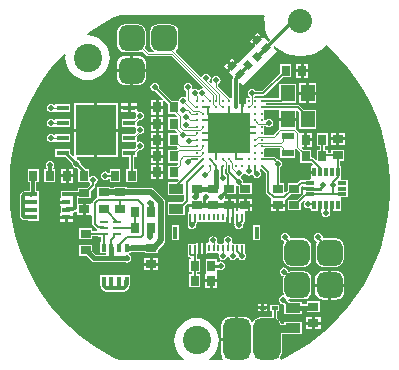
<source format=gtl>
G04*
G04 #@! TF.GenerationSoftware,Altium Limited,Altium Designer,19.0.12 (326)*
G04*
G04 Layer_Physical_Order=1*
G04 Layer_Color=6120410*
%FSLAX24Y24*%
%MOIN*%
G70*
G01*
G75*
%ADD16R,0.0276X0.0354*%
%ADD17R,0.0150X0.0433*%
%ADD18R,0.0091X0.0248*%
G04:AMPARAMS|DCode=19|XSize=25.6mil|YSize=21.7mil|CornerRadius=0mil|HoleSize=0mil|Usage=FLASHONLY|Rotation=45.000|XOffset=0mil|YOffset=0mil|HoleType=Round|Shape=Rectangle|*
%AMROTATEDRECTD19*
4,1,4,-0.0014,-0.0167,-0.0167,-0.0014,0.0014,0.0167,0.0167,0.0014,-0.0014,-0.0167,0.0*
%
%ADD19ROTATEDRECTD19*%

G04:AMPARAMS|DCode=20|XSize=25.6mil|YSize=21.7mil|CornerRadius=0mil|HoleSize=0mil|Usage=FLASHONLY|Rotation=315.000|XOffset=0mil|YOffset=0mil|HoleType=Round|Shape=Rectangle|*
%AMROTATEDRECTD20*
4,1,4,-0.0167,0.0014,-0.0014,0.0167,0.0167,-0.0014,0.0014,-0.0167,-0.0167,0.0014,0.0*
%
%ADD20ROTATEDRECTD20*%

%ADD21R,0.0354X0.0276*%
%ADD22R,0.0197X0.0118*%
%ADD23R,0.0512X0.0335*%
%ADD24R,0.0295X0.0157*%
%ADD25R,0.0118X0.0315*%
%ADD26R,0.0315X0.0118*%
%ADD27R,0.0413X0.0177*%
%ADD28R,0.0472X0.0551*%
%ADD29R,0.0433X0.0236*%
%ADD30R,0.0157X0.0295*%
%ADD31R,0.0295X0.0110*%
%ADD55R,0.1437X0.1372*%
G04:AMPARAMS|DCode=60|XSize=85mil|YSize=85mil|CornerRadius=21.3mil|HoleSize=0mil|Usage=FLASHONLY|Rotation=0.000|XOffset=0mil|YOffset=0mil|HoleType=Round|Shape=RoundedRectangle|*
%AMROUNDEDRECTD60*
21,1,0.0850,0.0425,0,0,0.0*
21,1,0.0425,0.0850,0,0,0.0*
1,1,0.0425,0.0213,-0.0213*
1,1,0.0425,-0.0213,-0.0213*
1,1,0.0425,-0.0213,0.0213*
1,1,0.0425,0.0213,0.0213*
%
%ADD60ROUNDEDRECTD60*%
%ADD61R,0.1339X0.1693*%
%ADD62R,0.0311X0.0094*%
%ADD63R,0.0094X0.0094*%
%ADD64C,0.0080*%
%ADD65C,0.0100*%
%ADD66C,0.0060*%
%ADD67C,0.0040*%
%ADD68C,0.0200*%
%ADD69C,0.0120*%
%ADD70C,0.0150*%
%ADD71C,0.0123*%
%ADD72C,0.0250*%
%ADD73C,0.0803*%
G04:AMPARAMS|DCode=74|XSize=137.8mil|YSize=90.6mil|CornerRadius=22.6mil|HoleSize=0mil|Usage=FLASHONLY|Rotation=90.000|XOffset=0mil|YOffset=0mil|HoleType=Round|Shape=RoundedRectangle|*
%AMROUNDEDRECTD74*
21,1,0.1378,0.0453,0,0,90.0*
21,1,0.0925,0.0906,0,0,90.0*
1,1,0.0453,0.0226,0.0463*
1,1,0.0453,0.0226,-0.0463*
1,1,0.0453,-0.0226,-0.0463*
1,1,0.0453,-0.0226,0.0463*
%
%ADD74ROUNDEDRECTD74*%
%ADD75C,0.0945*%
%ADD76C,0.0220*%
%ADD77C,0.0200*%
%ADD78C,0.0250*%
G36*
X2133Y5752D02*
X2165Y5715D01*
X2156Y5651D01*
X2158Y5464D01*
X2188Y5280D01*
X2248Y5102D01*
X2334Y4936D01*
X2341Y4927D01*
X2275Y4861D01*
X2127Y5010D01*
X2111Y4993D01*
X2089Y5015D01*
X1956Y4882D01*
X1823Y4749D01*
X1845Y4727D01*
X1261Y4144D01*
X1240Y4165D01*
X1107Y4032D01*
X974Y3900D01*
X995Y3878D01*
X977Y3860D01*
X1118Y3719D01*
X1118Y3685D01*
X1095Y3651D01*
X1087Y3612D01*
Y3016D01*
X1062Y2977D01*
X1037Y2977D01*
X1005D01*
X615Y3367D01*
Y3448D01*
X651Y3472D01*
X682Y3518D01*
X693Y3573D01*
X682Y3627D01*
X651Y3674D01*
X605Y3705D01*
X550Y3716D01*
X495Y3705D01*
X449Y3674D01*
X418Y3627D01*
X407Y3573D01*
X418Y3518D01*
X420Y3516D01*
X381Y3484D01*
X317Y3548D01*
X317Y3556D01*
X348Y3603D01*
X359Y3657D01*
X348Y3712D01*
X317Y3758D01*
X271Y3789D01*
X217Y3800D01*
X162Y3789D01*
X116Y3758D01*
X87Y3715D01*
X78Y3708D01*
X36Y3695D01*
X-803Y4535D01*
X-798Y4584D01*
X-796Y4586D01*
X-741Y4669D01*
X-721Y4768D01*
Y5193D01*
X-741Y5291D01*
X-796Y5375D01*
X-880Y5431D01*
X-978Y5450D01*
X-1403D01*
X-1502Y5431D01*
X-1585Y5375D01*
X-1641Y5291D01*
X-1661Y5193D01*
Y4768D01*
X-1641Y4669D01*
X-1585Y4586D01*
X-1538Y4554D01*
X-1553Y4504D01*
X-1705D01*
X-1842Y4641D01*
X-1823Y4669D01*
X-1804Y4768D01*
Y5193D01*
X-1823Y5291D01*
X-1879Y5375D01*
X-1963Y5431D01*
X-2061Y5450D01*
X-2486D01*
X-2585Y5431D01*
X-2668Y5375D01*
X-2724Y5291D01*
X-2744Y5193D01*
Y4768D01*
X-2724Y4669D01*
X-2668Y4586D01*
X-2585Y4530D01*
X-2486Y4510D01*
X-2061D01*
X-1963Y4530D01*
X-1934Y4549D01*
X-1778Y4393D01*
X-1732Y4374D01*
X-940D01*
X97Y3338D01*
X72Y3292D01*
X66Y3293D01*
X11Y3282D01*
X-35Y3251D01*
X-76D01*
X-122Y3282D01*
X-177Y3293D01*
X-220Y3284D01*
X-252Y3307D01*
X-263Y3321D01*
X-257Y3350D01*
X-268Y3405D01*
X-299Y3451D01*
X-345Y3482D01*
X-400Y3493D01*
X-455Y3482D01*
X-501Y3451D01*
X-532Y3405D01*
X-543Y3350D01*
X-532Y3295D01*
X-501Y3249D01*
X-455Y3218D01*
Y3060D01*
X-505Y3034D01*
X-550Y3043D01*
X-605Y3032D01*
X-651Y3001D01*
X-682Y2955D01*
X-693Y2900D01*
X-701Y2890D01*
X-929D01*
X-1368Y3330D01*
X-1364Y3350D01*
X-1375Y3405D01*
X-1406Y3451D01*
X-1452Y3482D01*
X-1506Y3493D01*
X-1561Y3482D01*
X-1607Y3451D01*
X-1638Y3405D01*
X-1649Y3350D01*
X-1638Y3295D01*
X-1607Y3249D01*
X-1561Y3218D01*
X-1506Y3207D01*
X-1481Y3212D01*
X-1229Y2960D01*
X-1250Y2910D01*
X-1254Y2910D01*
X-1254Y2910D01*
X-1257Y2910D01*
X-1367D01*
Y2723D01*
X-1220D01*
X-1220Y2873D01*
Y2876D01*
Y2876D01*
X-1220Y2880D01*
X-1211Y2883D01*
X-1170Y2901D01*
X-1044Y2775D01*
Y2456D01*
X-811D01*
X-754Y2399D01*
X-774Y2349D01*
X-1044D01*
Y1915D01*
X-818D01*
X-757Y1854D01*
X-776Y1808D01*
X-1044D01*
Y1373D01*
X-765D01*
X-749Y1357D01*
X-732Y1313D01*
X-750Y1292D01*
X-775Y1266D01*
X-1044D01*
Y832D01*
X-733D01*
Y772D01*
X-780Y725D01*
X-1044D01*
Y291D01*
X-728D01*
X-707Y241D01*
X-774Y174D01*
X-1073D01*
Y-241D01*
X-515D01*
Y-413D01*
X-597Y-495D01*
X-1073D01*
Y-910D01*
X-482D01*
Y-611D01*
X-395Y-525D01*
X-371Y-535D01*
X-108D01*
Y-635D01*
X-345D01*
Y-770D01*
X-345Y-782D01*
X-375Y-820D01*
X-410D01*
Y-1148D01*
X-410D01*
X-398Y-1195D01*
X-409Y-1250D01*
X-398Y-1305D01*
X-367Y-1351D01*
X-321Y-1382D01*
X-266Y-1393D01*
X-212Y-1382D01*
X-165Y-1351D01*
X-134Y-1305D01*
X-123Y-1250D01*
X-130Y-1216D01*
X-115Y-1201D01*
X-115Y-1201D01*
X-97Y-1174D01*
X-92Y-1148D01*
X830D01*
Y-1168D01*
X885D01*
Y-984D01*
X985D01*
Y-1168D01*
X1043D01*
Y-984D01*
X1143D01*
Y-1187D01*
X1163Y-1218D01*
X1156Y-1250D01*
X1167Y-1305D01*
X1198Y-1351D01*
X1245Y-1382D01*
X1299Y-1393D01*
X1354Y-1382D01*
X1400Y-1351D01*
X1431Y-1305D01*
X1442Y-1250D01*
X1432Y-1200D01*
X1460Y-1172D01*
X1460Y-1172D01*
X1476Y-1148D01*
X1493D01*
Y-832D01*
X1493Y-820D01*
X1522Y-782D01*
X1753D01*
Y-635D01*
X1279D01*
Y-770D01*
X1279Y-782D01*
X1277Y-785D01*
X1250D01*
X1212Y-736D01*
Y-635D01*
X974D01*
Y-585D01*
X924D01*
Y-387D01*
X866D01*
X835Y-337D01*
X843Y-300D01*
X835Y-263D01*
X887Y-211D01*
X1192D01*
Y44D01*
X1242Y71D01*
X1245Y68D01*
X1298Y58D01*
X1299Y56D01*
Y-211D01*
X1733D01*
Y144D01*
X1483D01*
X1442Y194D01*
X1443Y200D01*
X1432Y255D01*
X1401Y301D01*
X1376Y318D01*
X1375Y339D01*
X1382Y374D01*
X1420Y399D01*
X1451Y445D01*
X1453Y456D01*
X1506Y467D01*
X1523Y441D01*
X1569Y410D01*
X1624Y400D01*
X1679Y410D01*
X1713Y434D01*
X1754Y424D01*
X1768Y416D01*
X1768Y414D01*
X1799Y368D01*
X1845Y337D01*
X1900Y326D01*
X1955Y337D01*
X2001Y368D01*
X2032Y414D01*
X2043Y469D01*
X2032Y523D01*
X2001Y570D01*
X1996Y573D01*
X2008Y625D01*
X2037Y629D01*
X2192Y474D01*
Y-137D01*
X2192Y-137D01*
X2198Y-168D01*
X2216Y-194D01*
X2359Y-338D01*
X2361Y-387D01*
X2361D01*
Y-535D01*
X2598D01*
X2836D01*
Y-401D01*
X2840Y-400D01*
X2867Y-382D01*
X3038Y-211D01*
X3357D01*
Y29D01*
X3398Y70D01*
X3448Y49D01*
Y20D01*
X3665D01*
Y-80D01*
X3448D01*
Y-149D01*
X3448Y-149D01*
X3450Y-199D01*
X3242Y-407D01*
X2923D01*
Y-762D01*
X3357D01*
Y-522D01*
X3457Y-422D01*
X3496Y-454D01*
X3468Y-495D01*
X3457Y-550D01*
X3468Y-605D01*
X3499Y-651D01*
X3545Y-682D01*
X3600Y-693D01*
X3655Y-682D01*
X3660Y-678D01*
X3710Y-705D01*
Y-764D01*
X3887D01*
Y-784D01*
X3956D01*
Y-567D01*
X4056D01*
Y-829D01*
X4060Y-834D01*
X4057Y-850D01*
X4068Y-905D01*
X4099Y-951D01*
X4145Y-982D01*
X4200Y-993D01*
X4255Y-982D01*
X4301Y-951D01*
X4332Y-905D01*
X4343Y-850D01*
X4340Y-834D01*
X4350Y-822D01*
Y-567D01*
X4450D01*
Y-784D01*
X4519D01*
Y-764D01*
X4696D01*
Y-375D01*
X4696Y-369D01*
X4710Y-325D01*
X4938D01*
Y-129D01*
Y266D01*
X4710D01*
X4696Y310D01*
X4696D01*
Y705D01*
X4678D01*
Y895D01*
X4814D01*
Y1251D01*
X4379D01*
Y1154D01*
X4259D01*
Y1266D01*
X4162D01*
Y1373D01*
X4259D01*
Y1808D01*
X3903D01*
Y1373D01*
X3999D01*
Y1266D01*
X3903D01*
Y924D01*
X3857Y905D01*
X3783Y978D01*
X3757Y996D01*
X3726Y1002D01*
X3707Y1046D01*
Y1266D01*
X3439D01*
X3398Y1307D01*
X3417Y1353D01*
X3480D01*
Y1591D01*
Y1828D01*
X3332D01*
X3294Y1856D01*
X3248Y1902D01*
X3219Y1938D01*
X3219D01*
X3219Y1938D01*
Y2224D01*
X2923D01*
X2627D01*
Y1959D01*
X2623Y1957D01*
X2431Y1765D01*
X2144D01*
Y1894D01*
X2144D01*
Y1936D01*
X2144D01*
Y2043D01*
X2194Y2056D01*
X2199Y2049D01*
X2245Y2018D01*
X2300Y2007D01*
X2355Y2018D01*
X2401Y2049D01*
X2432Y2095D01*
X2443Y2150D01*
X2432Y2205D01*
X2401Y2251D01*
X2355Y2282D01*
X2300Y2293D01*
X2245Y2282D01*
X2199Y2251D01*
X2194Y2244D01*
X2144Y2259D01*
Y2319D01*
X2144Y2327D01*
Y2369D01*
X2144Y2377D01*
Y2536D01*
X2144Y2544D01*
X2150Y2592D01*
X2627D01*
Y2324D01*
X2923D01*
X3219D01*
Y2544D01*
X3269Y2565D01*
X3316Y2518D01*
Y1958D01*
X3869D01*
Y2589D01*
X3476D01*
X3334Y2731D01*
X3308Y2749D01*
X3277Y2755D01*
X3277Y2755D01*
X2208D01*
X2193Y2781D01*
X2208Y2808D01*
X2700D01*
X2700Y2808D01*
X2731Y2814D01*
X2746Y2824D01*
X3199D01*
Y3455D01*
X2647D01*
Y2971D01*
X2144D01*
Y2977D01*
X1978D01*
X1970Y2977D01*
X1928D01*
X1920Y2977D01*
X1797D01*
Y3025D01*
X1833Y3049D01*
X1846Y3068D01*
X2117D01*
X2117Y3068D01*
X2148Y3075D01*
X2174Y3092D01*
X2762Y3680D01*
X3042D01*
Y4115D01*
X2686D01*
Y3835D01*
X2083Y3232D01*
X1846D01*
X1833Y3251D01*
X1787Y3282D01*
X1732Y3293D01*
X1678Y3282D01*
X1631Y3251D01*
X1600Y3205D01*
X1590Y3150D01*
X1600Y3095D01*
X1631Y3049D01*
X1667Y3025D01*
Y2977D01*
X1537D01*
Y2821D01*
X1522Y2795D01*
X1496Y2780D01*
X1457D01*
Y2673D01*
X1357D01*
Y2780D01*
X1300D01*
X1294Y2828D01*
Y3477D01*
X1341Y3496D01*
X1427Y3410D01*
X2577Y4560D01*
X2467Y4669D01*
X2477Y4727D01*
X2497Y4736D01*
X2579Y4655D01*
X2731Y4546D01*
X2899Y4462D01*
X3077Y4406D01*
X3263Y4378D01*
X3450Y4380D01*
X3634Y4411D01*
X3812Y4470D01*
X3978Y4557D01*
X4128Y4668D01*
X4207Y4748D01*
X4330Y4641D01*
X4649Y4321D01*
X4945Y3979D01*
X5216Y3616D01*
X5461Y3235D01*
X5677Y2838D01*
X5865Y2426D01*
X6023Y2002D01*
X6150Y1568D01*
X6247Y1126D01*
X6311Y678D01*
X6343Y226D01*
Y-226D01*
X6311Y-678D01*
X6247Y-1126D01*
X6150Y-1568D01*
X6023Y-2002D01*
X5865Y-2426D01*
X5677Y-2838D01*
X5461Y-3235D01*
X5216Y-3616D01*
X4945Y-3979D01*
X4649Y-4321D01*
X4330Y-4641D01*
X3988Y-4938D01*
X3626Y-5210D01*
X3246Y-5455D01*
X2849Y-5672D01*
X2716Y-5733D01*
X2699Y-5726D01*
X2684Y-5664D01*
X2689Y-5657D01*
X2716Y-5592D01*
X2725Y-5523D01*
Y-4881D01*
X2804D01*
Y-4883D01*
X3396D01*
Y-4468D01*
X2804D01*
Y-4545D01*
X2718D01*
X2716Y-4528D01*
X2689Y-4463D01*
X2646Y-4407D01*
X2591Y-4365D01*
X2571Y-4357D01*
Y-4105D01*
X2628D01*
Y-3907D01*
X2351D01*
Y-4105D01*
X2408D01*
Y-4329D01*
X2004D01*
X1934Y-4338D01*
X1869Y-4365D01*
X1814Y-4407D01*
X1771Y-4463D01*
X1768Y-4470D01*
X1714D01*
X1707Y-4453D01*
X1661Y-4393D01*
X1601Y-4347D01*
X1531Y-4318D01*
X1456Y-4309D01*
X1280D01*
Y-5060D01*
X1230D01*
Y-5110D01*
X715D01*
Y-5523D01*
X725Y-5597D01*
X753Y-5667D01*
X781Y-5703D01*
X756Y-5753D01*
X316Y-5753D01*
X309Y-5724D01*
X308Y-5702D01*
X417Y-5614D01*
X509Y-5501D01*
X578Y-5373D01*
X620Y-5233D01*
X634Y-5089D01*
X620Y-4944D01*
X578Y-4804D01*
X509Y-4676D01*
X417Y-4564D01*
X304Y-4471D01*
X176Y-4403D01*
X37Y-4360D01*
X-108Y-4346D01*
X-253Y-4360D01*
X-392Y-4403D01*
X-521Y-4471D01*
X-633Y-4564D01*
X-726Y-4676D01*
X-794Y-4804D01*
X-836Y-4944D01*
X-851Y-5089D01*
X-836Y-5233D01*
X-794Y-5373D01*
X-726Y-5501D01*
X-633Y-5614D01*
X-525Y-5702D01*
X-525Y-5725D01*
X-532Y-5752D01*
X-2673Y-5752D01*
X-2849Y-5672D01*
X-3246Y-5455D01*
X-3626Y-5210D01*
X-3988Y-4938D01*
X-4330Y-4641D01*
X-4649Y-4321D01*
X-4945Y-3979D01*
X-5216Y-3616D01*
X-5461Y-3235D01*
X-5677Y-2838D01*
X-5865Y-2426D01*
X-6023Y-2002D01*
X-6150Y-1568D01*
X-6247Y-1126D01*
X-6311Y-678D01*
X-6343Y-226D01*
Y226D01*
X-6311Y678D01*
X-6247Y1126D01*
X-6150Y1568D01*
X-6023Y2002D01*
X-5865Y2426D01*
X-5677Y2838D01*
X-5461Y3235D01*
X-5216Y3616D01*
X-4945Y3979D01*
X-4649Y4321D01*
X-4521Y4449D01*
X-4473Y4427D01*
X-4483Y4331D01*
X-4468Y4186D01*
X-4426Y4047D01*
X-4357Y3918D01*
X-4265Y3806D01*
X-4153Y3713D01*
X-4024Y3645D01*
X-3885Y3603D01*
X-3740Y3588D01*
X-3595Y3603D01*
X-3456Y3645D01*
X-3328Y3713D01*
X-3215Y3806D01*
X-3123Y3918D01*
X-3054Y4047D01*
X-3012Y4186D01*
X-2998Y4331D01*
X-3012Y4476D01*
X-3054Y4615D01*
X-3123Y4743D01*
X-3215Y4856D01*
X-3328Y4948D01*
X-3456Y5017D01*
X-3595Y5059D01*
X-3726Y5072D01*
X-3746Y5120D01*
X-3626Y5210D01*
X-3246Y5455D01*
X-2849Y5672D01*
X-2673Y5753D01*
X2133Y5752D01*
D02*
G37*
G36*
X2667Y999D02*
X3180D01*
Y1271D01*
X3230Y1292D01*
X3352Y1170D01*
Y832D01*
X3699D01*
X3760Y772D01*
X3741Y725D01*
X3690D01*
Y558D01*
X3809D01*
Y458D01*
X3690D01*
Y290D01*
X3650Y266D01*
X3468D01*
Y249D01*
X3380D01*
X3380Y249D01*
X3349Y243D01*
X3322Y225D01*
X3322Y225D01*
X3242Y144D01*
X2923D01*
Y-96D01*
X2862Y-157D01*
X2816Y-138D01*
Y144D01*
X2680D01*
Y685D01*
X2701Y699D01*
X2732Y745D01*
X2743Y800D01*
X2732Y855D01*
X2701Y901D01*
X2655Y932D01*
X2600Y943D01*
X2577Y938D01*
X2517Y999D01*
X2490Y1016D01*
X2459Y1023D01*
X2459Y1023D01*
X2150D01*
X2144Y1070D01*
X2144Y1078D01*
Y1237D01*
X2144Y1245D01*
Y1287D01*
X2188Y1309D01*
X2667D01*
Y999D01*
D02*
G37*
%LPC*%
G36*
X1935Y5169D02*
X1837Y5071D01*
X1921Y4988D01*
X2019Y5085D01*
X1935Y5169D01*
D02*
G37*
G36*
X1767Y5001D02*
X1669Y4903D01*
X1753Y4820D01*
X1850Y4917D01*
X1767Y5001D01*
D02*
G37*
G36*
X1086Y4320D02*
X988Y4222D01*
X1072Y4138D01*
X1169Y4236D01*
X1086Y4320D01*
D02*
G37*
G36*
X917Y4151D02*
X820Y4054D01*
X903Y3970D01*
X1001Y4068D01*
X917Y4151D01*
D02*
G37*
G36*
X3613Y4135D02*
X3465D01*
Y3948D01*
X3613D01*
Y4135D01*
D02*
G37*
G36*
X3365D02*
X3218D01*
Y3948D01*
X3365D01*
Y4135D01*
D02*
G37*
G36*
X-2061Y4385D02*
X-2224D01*
Y3948D01*
X-1786D01*
Y4110D01*
X-1796Y4181D01*
X-1823Y4248D01*
X-1867Y4304D01*
X-1924Y4348D01*
X-1990Y4376D01*
X-2061Y4385D01*
D02*
G37*
G36*
X-2324D02*
X-2486D01*
X-2557Y4376D01*
X-2624Y4348D01*
X-2680Y4304D01*
X-2724Y4248D01*
X-2752Y4181D01*
X-2761Y4110D01*
Y3948D01*
X-2324D01*
Y4385D01*
D02*
G37*
G36*
X3613Y3848D02*
X3465D01*
Y3660D01*
X3613D01*
Y3848D01*
D02*
G37*
G36*
X3365D02*
X3218D01*
Y3660D01*
X3365D01*
Y3848D01*
D02*
G37*
G36*
X-1786Y3848D02*
X-2224D01*
Y3410D01*
X-2061D01*
X-1990Y3420D01*
X-1924Y3447D01*
X-1867Y3491D01*
X-1823Y3548D01*
X-1796Y3614D01*
X-1786Y3685D01*
Y3848D01*
D02*
G37*
G36*
X-2324D02*
X-2761D01*
Y3685D01*
X-2752Y3614D01*
X-2724Y3548D01*
X-2680Y3491D01*
X-2624Y3447D01*
X-2557Y3420D01*
X-2486Y3410D01*
X-2324D01*
Y3848D01*
D02*
G37*
G36*
X3889Y3475D02*
X3643D01*
Y3190D01*
X3889D01*
Y3475D01*
D02*
G37*
G36*
X3543D02*
X3296D01*
Y3190D01*
X3543D01*
Y3475D01*
D02*
G37*
G36*
X3889Y3090D02*
X3643D01*
Y2804D01*
X3889D01*
Y3090D01*
D02*
G37*
G36*
X3543D02*
X3296D01*
Y2804D01*
X3543D01*
Y3090D01*
D02*
G37*
G36*
X-1467Y2910D02*
X-1615D01*
Y2723D01*
X-1467D01*
Y2910D01*
D02*
G37*
G36*
X-2088Y2810D02*
X-2304D01*
Y2711D01*
X-2088D01*
Y2810D01*
D02*
G37*
G36*
X-2404D02*
X-2621D01*
Y2711D01*
X-2404D01*
Y2810D01*
D02*
G37*
G36*
X-4950Y2793D02*
X-5005Y2782D01*
X-5051Y2751D01*
X-5082Y2705D01*
X-5093Y2650D01*
X-5082Y2595D01*
X-5051Y2549D01*
X-5005Y2518D01*
X-4950Y2507D01*
X-4895Y2518D01*
X-4871Y2534D01*
X-4821Y2533D01*
Y2533D01*
X-4328D01*
Y2790D01*
X-4821D01*
Y2790D01*
X-4871Y2766D01*
X-4895Y2782D01*
X-4950Y2793D01*
D02*
G37*
G36*
X-2404Y2611D02*
X-2621D01*
Y2513D01*
X-2404D01*
Y2611D01*
D02*
G37*
G36*
X-1220Y2623D02*
X-1367D01*
Y2436D01*
X-1220D01*
Y2623D01*
D02*
G37*
G36*
X-1467D02*
X-1615D01*
Y2436D01*
X-1467D01*
Y2623D01*
D02*
G37*
G36*
X-2088Y2611D02*
X-2304D01*
Y2513D01*
X-2153D01*
X-2126Y2463D01*
X-2132Y2455D01*
X-2143Y2400D01*
X-2134Y2358D01*
X-2202Y2290D01*
X-2601D01*
Y2033D01*
X-2151D01*
X-2124Y1983D01*
X-2132Y1971D01*
X-2143Y1916D01*
X-2132Y1862D01*
X-2130Y1859D01*
X-2199Y1790D01*
X-2601D01*
Y1533D01*
X-2148Y1533D01*
X-2148D01*
X-2148D01*
X-2136Y1533D01*
X-2113Y1483D01*
X-2132Y1455D01*
X-2143Y1400D01*
X-2134Y1358D01*
X-2202Y1290D01*
X-2601D01*
Y1033D01*
X-2355D01*
Y613D01*
X-2451D01*
Y179D01*
X-2096D01*
Y613D01*
X-2192D01*
Y1033D01*
X-2108D01*
Y1201D01*
X-2042Y1266D01*
X-2000Y1257D01*
X-1945Y1268D01*
X-1899Y1299D01*
X-1868Y1345D01*
X-1857Y1400D01*
X-1868Y1455D01*
X-1899Y1501D01*
X-1945Y1532D01*
X-2000Y1543D01*
X-2055Y1532D01*
X-2059Y1529D01*
X-2108Y1557D01*
X-2108Y1569D01*
X-2108Y1569D01*
X-2108Y1571D01*
Y1698D01*
X-2027Y1779D01*
X-2000Y1774D01*
X-1945Y1785D01*
X-1899Y1815D01*
X-1868Y1862D01*
X-1857Y1916D01*
X-1868Y1971D01*
X-1899Y2017D01*
X-1945Y2048D01*
X-2000Y2059D01*
X-2055Y2048D01*
X-2058Y2046D01*
X-2108Y2073D01*
Y2201D01*
X-2042Y2266D01*
X-2000Y2257D01*
X-1945Y2268D01*
X-1899Y2299D01*
X-1868Y2345D01*
X-1857Y2400D01*
X-1868Y2455D01*
X-1899Y2501D01*
X-1945Y2532D01*
X-2000Y2543D01*
X-2038Y2535D01*
X-2079Y2560D01*
X-2088Y2570D01*
Y2611D01*
D02*
G37*
G36*
X-1220Y2369D02*
X-1367D01*
Y2182D01*
X-1220D01*
Y2369D01*
D02*
G37*
G36*
X-1467D02*
X-1615D01*
Y2182D01*
X-1467D01*
Y2369D01*
D02*
G37*
G36*
X-4950Y2293D02*
X-5005Y2282D01*
X-5051Y2251D01*
X-5082Y2205D01*
X-5093Y2150D01*
X-5082Y2095D01*
X-5051Y2049D01*
X-5005Y2018D01*
X-4950Y2007D01*
X-4895Y2018D01*
X-4871Y2034D01*
X-4821Y2033D01*
Y2033D01*
X-4328D01*
Y2290D01*
X-4821D01*
Y2290D01*
X-4871Y2266D01*
X-4895Y2282D01*
X-4950Y2293D01*
D02*
G37*
G36*
X-2735Y2818D02*
X-3415D01*
Y1961D01*
X-2735D01*
Y2818D01*
D02*
G37*
G36*
X-3515D02*
X-4194D01*
Y1961D01*
X-3515D01*
Y2818D01*
D02*
G37*
G36*
X-1220Y2082D02*
X-1367D01*
Y1895D01*
X-1220D01*
Y2082D01*
D02*
G37*
G36*
X-1467D02*
X-1615D01*
Y1895D01*
X-1467D01*
Y2082D01*
D02*
G37*
G36*
X4834Y1822D02*
X4646D01*
Y1674D01*
X4834D01*
Y1822D01*
D02*
G37*
G36*
X4546D02*
X4359D01*
Y1674D01*
X4546D01*
Y1822D01*
D02*
G37*
G36*
X-1220Y1828D02*
X-1367D01*
Y1641D01*
X-1220D01*
Y1828D01*
D02*
G37*
G36*
X-1467D02*
X-1615D01*
Y1641D01*
X-1467D01*
Y1828D01*
D02*
G37*
G36*
X3580D02*
Y1641D01*
X3727D01*
Y1828D01*
X3580D01*
D02*
G37*
G36*
X-4950Y1793D02*
X-5005Y1782D01*
X-5051Y1751D01*
X-5082Y1705D01*
X-5093Y1650D01*
X-5082Y1595D01*
X-5051Y1549D01*
X-5005Y1518D01*
X-4950Y1507D01*
X-4895Y1518D01*
X-4871Y1534D01*
X-4821Y1533D01*
Y1533D01*
X-4328D01*
Y1790D01*
X-4821D01*
Y1790D01*
X-4871Y1766D01*
X-4895Y1782D01*
X-4950Y1793D01*
D02*
G37*
G36*
X4834Y1574D02*
X4646D01*
Y1426D01*
X4834D01*
Y1574D01*
D02*
G37*
G36*
X4546D02*
X4359D01*
Y1426D01*
X4546D01*
Y1574D01*
D02*
G37*
G36*
X3727Y1541D02*
X3580D01*
Y1353D01*
X3727D01*
Y1541D01*
D02*
G37*
G36*
X-1220Y1541D02*
X-1367D01*
Y1353D01*
X-1220D01*
Y1541D01*
D02*
G37*
G36*
X-1467D02*
X-1615D01*
Y1353D01*
X-1467D01*
Y1541D01*
D02*
G37*
G36*
X-1220Y1286D02*
X-1367D01*
Y1099D01*
X-1220D01*
Y1286D01*
D02*
G37*
G36*
X-1467D02*
X-1615D01*
Y1099D01*
X-1467D01*
Y1286D01*
D02*
G37*
G36*
X-3515Y1861D02*
X-4194D01*
Y1077D01*
X-4240Y1058D01*
X-4328Y1146D01*
Y1290D01*
X-4821D01*
Y1033D01*
X-4475D01*
X-4252Y810D01*
X-4254Y799D01*
X-4243Y745D01*
X-4212Y698D01*
X-4166Y667D01*
X-4111Y657D01*
X-4101Y659D01*
X-4052Y610D01*
Y183D01*
X-3729D01*
X-3697Y183D01*
X-3657Y158D01*
X-3651Y149D01*
X-3650Y98D01*
X-3748Y0D01*
X-4067D01*
Y-124D01*
X-4262D01*
Y-108D01*
X-4638D01*
Y-344D01*
X-4658D01*
Y-432D01*
X-4450D01*
Y-532D01*
X-4658D01*
Y-621D01*
X-4638D01*
Y-855D01*
X-4658D01*
Y-944D01*
X-4450D01*
X-4242D01*
Y-855D01*
X-4205Y-825D01*
X-4182Y-820D01*
X-4149Y-798D01*
X-4137Y-787D01*
X-4087Y-807D01*
Y-926D01*
X-3900D01*
Y-729D01*
Y-531D01*
X-4073D01*
Y-403D01*
X-4067Y-355D01*
X-3633D01*
Y-115D01*
X-3504Y14D01*
X-3504Y14D01*
X-3487Y40D01*
X-3480Y71D01*
X-3480Y71D01*
Y128D01*
X-3449Y149D01*
X-3418Y195D01*
X-3407Y250D01*
X-3418Y305D01*
X-3449Y351D01*
X-3495Y382D01*
X-3550Y393D01*
X-3605Y382D01*
X-3647Y354D01*
X-3668Y359D01*
X-3697Y373D01*
Y617D01*
X-3803D01*
X-3810Y627D01*
X-3971Y789D01*
X-3969Y799D01*
X-3980Y854D01*
X-4010Y900D01*
X-4057Y931D01*
X-4096Y939D01*
X-4108Y955D01*
X-4083Y1003D01*
X-4081Y1005D01*
X-3515D01*
Y1861D01*
D02*
G37*
G36*
X-2735D02*
X-3415D01*
Y1005D01*
X-2735D01*
Y1861D01*
D02*
G37*
G36*
X-1220Y999D02*
X-1367D01*
Y812D01*
X-1220D01*
Y999D01*
D02*
G37*
G36*
X-1467D02*
X-1615D01*
Y812D01*
X-1467D01*
Y999D01*
D02*
G37*
G36*
X-1220Y745D02*
X-1367D01*
Y558D01*
X-1220D01*
Y745D01*
D02*
G37*
G36*
X-1467D02*
X-1615D01*
Y558D01*
X-1467D01*
Y745D01*
D02*
G37*
G36*
X-2647Y613D02*
X-3003D01*
Y517D01*
X-3034Y503D01*
X-3053Y499D01*
X-3095Y528D01*
X-3150Y538D01*
X-3205Y528D01*
X-3251Y497D01*
X-3282Y450D01*
X-3293Y396D01*
X-3282Y341D01*
X-3251Y295D01*
X-3205Y264D01*
X-3150Y253D01*
X-3095Y264D01*
X-3053Y292D01*
X-3034Y288D01*
X-3003Y274D01*
Y179D01*
X-2647D01*
Y613D01*
D02*
G37*
G36*
X-4228Y637D02*
X-4376D01*
Y450D01*
X-4228D01*
Y637D01*
D02*
G37*
G36*
X-4476D02*
X-4623D01*
Y450D01*
X-4476D01*
Y637D01*
D02*
G37*
G36*
X-1220Y458D02*
X-1367D01*
Y271D01*
X-1220D01*
Y458D01*
D02*
G37*
G36*
X-1467D02*
X-1615D01*
Y271D01*
X-1467D01*
Y458D01*
D02*
G37*
G36*
X-5000Y893D02*
X-5055Y882D01*
X-5101Y851D01*
X-5132Y805D01*
X-5143Y750D01*
X-5132Y695D01*
X-5110Y663D01*
X-5129Y613D01*
X-5179D01*
Y179D01*
X-4823D01*
Y613D01*
X-4871D01*
X-4890Y663D01*
X-4868Y695D01*
X-4857Y750D01*
X-4868Y805D01*
X-4899Y851D01*
X-4945Y882D01*
X-5000Y893D01*
D02*
G37*
G36*
X-4228Y350D02*
X-4376D01*
Y163D01*
X-4228D01*
Y350D01*
D02*
G37*
G36*
X-4476D02*
X-4623D01*
Y163D01*
X-4476D01*
Y350D01*
D02*
G37*
G36*
X-2440Y20D02*
X-2875D01*
Y-15D01*
X-2990D01*
Y20D01*
X-3424D01*
Y-335D01*
X-3424Y-335D01*
X-3425Y-336D01*
X-3430Y-337D01*
X-3441Y-344D01*
X-3441Y-344D01*
X-3457Y-355D01*
X-3463Y-361D01*
X-3557Y-455D01*
X-3575Y-481D01*
X-3575Y-484D01*
X-3577Y-486D01*
X-3605Y-522D01*
X-3654Y-531D01*
X-3677Y-531D01*
X-3654Y-531D01*
X-3654Y-531D01*
X-3800D01*
Y-729D01*
Y-926D01*
X-3631D01*
X-3613Y-926D01*
X-3581Y-963D01*
Y-1206D01*
X-3581Y-1206D01*
X-3575Y-1237D01*
X-3557Y-1263D01*
X-3437Y-1383D01*
X-3428Y-1389D01*
X-3426Y-1422D01*
X-3458Y-1456D01*
X-3580D01*
Y-1360D01*
X-4014D01*
Y-1715D01*
X-3580D01*
Y-1619D01*
X-3394D01*
Y-1633D01*
X-3288D01*
Y-1810D01*
X-3325D01*
Y-2186D01*
X-3139D01*
X-3113Y-2223D01*
X-3111Y-2236D01*
X-3116Y-2243D01*
X-3477D01*
X-3580Y-2140D01*
Y-1911D01*
X-4014D01*
Y-2266D01*
X-3783D01*
X-3778Y-2274D01*
X-3608Y-2444D01*
X-3570Y-2469D01*
X-3525Y-2478D01*
X-2510D01*
X-2485Y-2494D01*
X-2431Y-2505D01*
X-2376Y-2494D01*
X-2330Y-2463D01*
X-2299Y-2417D01*
X-2288Y-2362D01*
X-2299Y-2308D01*
X-2330Y-2261D01*
X-2368Y-2236D01*
X-2365Y-2200D01*
X-2360Y-2186D01*
X-2320D01*
Y-2175D01*
X-2270Y-2137D01*
X-2249Y-2141D01*
X-1841Y-2141D01*
Y-2176D01*
X-1407D01*
Y-2072D01*
X-1198Y-1863D01*
X-1198Y-1863D01*
X-1167Y-1817D01*
X-1156Y-1762D01*
X-1156Y-1762D01*
Y-470D01*
X-1156Y-470D01*
X-1167Y-416D01*
X-1198Y-370D01*
X-1198Y-370D01*
X-1511Y-57D01*
X-1558Y-26D01*
X-1612Y-15D01*
X-1612Y-15D01*
X-2440D01*
Y20D01*
D02*
G37*
G36*
X1753Y-387D02*
X1566D01*
Y-535D01*
X1753D01*
Y-387D01*
D02*
G37*
G36*
X1466D02*
X1279D01*
Y-535D01*
X1466D01*
Y-387D01*
D02*
G37*
G36*
X1212D02*
X1024D01*
Y-535D01*
X1212D01*
Y-387D01*
D02*
G37*
G36*
X2836Y-635D02*
X2648D01*
Y-782D01*
X2836D01*
Y-635D01*
D02*
G37*
G36*
X2548D02*
X2361D01*
Y-782D01*
X2548D01*
Y-635D01*
D02*
G37*
G36*
X-5375Y613D02*
X-5730D01*
Y179D01*
X-5654D01*
Y-108D01*
X-5740D01*
Y-124D01*
X-5864D01*
X-5903Y-132D01*
X-5936Y-154D01*
X-5972Y-191D01*
X-5994Y-224D01*
X-6002Y-263D01*
Y-500D01*
Y-944D01*
X-5994Y-983D01*
X-5972Y-1016D01*
X-5922Y-1066D01*
X-5889Y-1088D01*
X-5850Y-1096D01*
X-5740D01*
Y-1113D01*
X-5365D01*
Y-875D01*
X-5365D01*
Y-857D01*
X-5365D01*
Y-619D01*
X-5365D01*
Y-601D01*
X-5365D01*
Y-364D01*
X-5365Y-364D01*
Y-345D01*
X-5365D01*
X-5365Y-314D01*
Y-108D01*
X-5450D01*
Y179D01*
X-5375D01*
Y613D01*
D02*
G37*
G36*
X-4242Y-1044D02*
X-4400D01*
Y-1133D01*
X-4242D01*
Y-1044D01*
D02*
G37*
G36*
X-4500D02*
X-4658D01*
Y-1133D01*
X-4500D01*
Y-1044D01*
D02*
G37*
G36*
X2010Y-1249D02*
X1781D01*
Y-1762D01*
X2010D01*
Y-1249D01*
D02*
G37*
G36*
X-698D02*
X-928D01*
Y-1762D01*
X-698D01*
Y-1249D01*
D02*
G37*
G36*
X935Y-1619D02*
X880Y-1630D01*
X834Y-1661D01*
X803Y-1708D01*
X792Y-1762D01*
X803Y-1814D01*
X802Y-1818D01*
X774Y-1864D01*
X594D01*
X566Y-1818D01*
X566Y-1814D01*
X576Y-1762D01*
X565Y-1708D01*
X534Y-1661D01*
X488Y-1630D01*
X433Y-1619D01*
X378Y-1630D01*
X332Y-1661D01*
X301Y-1708D01*
X290Y-1762D01*
X301Y-1814D01*
X300Y-1818D01*
X296Y-1826D01*
X253Y-1844D01*
Y-1844D01*
X198D01*
Y-2028D01*
Y-2212D01*
X253D01*
Y-2192D01*
X599D01*
X631Y-2242D01*
X625Y-2274D01*
X636Y-2328D01*
X667Y-2375D01*
X713Y-2405D01*
X768Y-2416D01*
X822Y-2405D01*
X869Y-2375D01*
X900Y-2328D01*
X905Y-2303D01*
X956D01*
X961Y-2328D01*
X992Y-2375D01*
X1038Y-2405D01*
X1093Y-2416D01*
X1147Y-2405D01*
X1193Y-2375D01*
X1224Y-2328D01*
X1225Y-2328D01*
X1275D01*
X1276Y-2328D01*
X1307Y-2375D01*
X1353Y-2405D01*
X1407Y-2416D01*
X1462Y-2405D01*
X1508Y-2375D01*
X1539Y-2328D01*
X1550Y-2274D01*
X1539Y-2219D01*
X1508Y-2173D01*
X1493Y-2162D01*
Y-1864D01*
X1096D01*
X1068Y-1818D01*
X1068Y-1814D01*
X1078Y-1762D01*
X1067Y-1708D01*
X1036Y-1661D01*
X990Y-1630D01*
X935Y-1619D01*
D02*
G37*
G36*
X98Y-1844D02*
X40D01*
Y-2028D01*
Y-2212D01*
X98D01*
Y-2028D01*
Y-1844D01*
D02*
G37*
G36*
X-1387Y-2351D02*
X-1574D01*
Y-2499D01*
X-1387D01*
Y-2351D01*
D02*
G37*
G36*
X-1674D02*
X-1861D01*
Y-2499D01*
X-1674D01*
Y-2351D01*
D02*
G37*
G36*
X3950Y-1501D02*
X3895Y-1512D01*
X3849Y-1543D01*
X3818Y-1589D01*
X3807Y-1644D01*
X3818Y-1698D01*
X3849Y-1745D01*
X3880Y-1765D01*
X3901Y-1824D01*
X3880Y-1854D01*
X3861Y-1953D01*
Y-2378D01*
X3880Y-2476D01*
X3936Y-2560D01*
X4020Y-2616D01*
X4118Y-2635D01*
X4543D01*
X4642Y-2616D01*
X4725Y-2560D01*
X4781Y-2476D01*
X4801Y-2378D01*
Y-1953D01*
X4781Y-1854D01*
X4725Y-1771D01*
X4642Y-1715D01*
X4543Y-1695D01*
X4133D01*
X4102Y-1668D01*
X4092Y-1650D01*
X4093Y-1644D01*
X4082Y-1589D01*
X4051Y-1543D01*
X4005Y-1512D01*
X3950Y-1501D01*
D02*
G37*
G36*
X2850D02*
X2795Y-1512D01*
X2749Y-1543D01*
X2718Y-1589D01*
X2707Y-1644D01*
X2718Y-1698D01*
X2749Y-1745D01*
X2792Y-1773D01*
X2803Y-1785D01*
X2819Y-1823D01*
X2798Y-1854D01*
X2778Y-1953D01*
Y-2378D01*
X2798Y-2476D01*
X2853Y-2560D01*
X2937Y-2616D01*
X3036Y-2635D01*
X3461D01*
X3559Y-2616D01*
X3643Y-2560D01*
X3698Y-2476D01*
X3718Y-2378D01*
Y-1953D01*
X3698Y-1854D01*
X3643Y-1771D01*
X3559Y-1715D01*
X3461Y-1695D01*
X3036D01*
X3033Y-1696D01*
X2991Y-1653D01*
X2993Y-1644D01*
X2982Y-1589D01*
X2951Y-1543D01*
X2905Y-1512D01*
X2850Y-1501D01*
D02*
G37*
G36*
X557Y-2381D02*
X201D01*
Y-2813D01*
X201Y-2816D01*
X196Y-2863D01*
X181D01*
Y-3050D01*
X379D01*
X577D01*
Y-2863D01*
X563D01*
X557Y-2816D01*
X557Y-2813D01*
Y-2730D01*
X565Y-2724D01*
X607Y-2708D01*
X641Y-2730D01*
X695Y-2741D01*
X750Y-2730D01*
X796Y-2699D01*
X827Y-2653D01*
X838Y-2598D01*
X827Y-2544D01*
X796Y-2497D01*
X750Y-2467D01*
X695Y-2456D01*
X641Y-2467D01*
X607Y-2489D01*
X565Y-2473D01*
X557Y-2467D01*
Y-2381D01*
D02*
G37*
G36*
X-1387Y-2599D02*
X-1574D01*
Y-2747D01*
X-1387D01*
Y-2599D01*
D02*
G37*
G36*
X-1674D02*
X-1861D01*
Y-2747D01*
X-1674D01*
Y-2599D01*
D02*
G37*
G36*
X-2558Y-2913D02*
X-2576D01*
Y-2913D01*
X-2814D01*
Y-2913D01*
X-2832D01*
Y-2913D01*
X-3070D01*
Y-2913D01*
X-3088D01*
Y-2913D01*
X-3120Y-2913D01*
X-3325D01*
Y-3288D01*
X-3290Y-3292D01*
X-3283Y-3331D01*
X-3260Y-3364D01*
X-3190Y-3434D01*
X-3157Y-3456D01*
X-3118Y-3464D01*
X-2949Y-3464D01*
X-2699Y-3464D01*
X-2528Y-3464D01*
X-2489Y-3456D01*
X-2456Y-3434D01*
X-2386Y-3364D01*
X-2364Y-3331D01*
X-2356Y-3292D01*
Y-3288D01*
X-2320D01*
Y-2913D01*
X-2528D01*
X-2558Y-2913D01*
D02*
G37*
G36*
X4543Y-2763D02*
X4381D01*
Y-3200D01*
X4818D01*
Y-3038D01*
X4809Y-2966D01*
X4781Y-2900D01*
X4738Y-2843D01*
X4681Y-2799D01*
X4614Y-2772D01*
X4543Y-2763D01*
D02*
G37*
G36*
X4281D02*
X4118D01*
X4047Y-2772D01*
X3981Y-2799D01*
X3924Y-2843D01*
X3880Y-2900D01*
X3853Y-2966D01*
X3843Y-3038D01*
Y-3200D01*
X4281D01*
Y-2763D01*
D02*
G37*
G36*
X-60Y-1844D02*
X-115D01*
Y-1864D01*
X-410D01*
Y-2192D01*
X-410D01*
X-406Y-2222D01*
X-400Y-2253D01*
X-382Y-2280D01*
X-354Y-2308D01*
X-354Y-2308D01*
X-327Y-2326D01*
X-301Y-2331D01*
X-306Y-2381D01*
X-350D01*
Y-2816D01*
X-254D01*
Y-2883D01*
X-350D01*
Y-3318D01*
X6D01*
Y-2883D01*
X-91D01*
Y-2816D01*
X6D01*
Y-2381D01*
X-91D01*
Y-2269D01*
X-91Y-2269D01*
X-91Y-2269D01*
Y-2212D01*
X-60D01*
Y-2028D01*
Y-1844D01*
D02*
G37*
G36*
X577Y-3150D02*
X429D01*
Y-3338D01*
X577D01*
Y-3150D01*
D02*
G37*
G36*
X329D02*
X181D01*
Y-3338D01*
X329D01*
Y-3150D01*
D02*
G37*
G36*
X2800Y-2657D02*
X2745Y-2668D01*
X2699Y-2699D01*
X2668Y-2745D01*
X2657Y-2800D01*
X2668Y-2855D01*
X2699Y-2901D01*
X2745Y-2932D01*
X2797Y-2942D01*
X2778Y-3038D01*
Y-3462D01*
X2795Y-3547D01*
X2776Y-3581D01*
X2760Y-3595D01*
X2714Y-3604D01*
X2668Y-3635D01*
X2637Y-3681D01*
X2626Y-3736D01*
X2637Y-3790D01*
X2668Y-3837D01*
X2714Y-3867D01*
X2769Y-3878D01*
X2804Y-3915D01*
Y-4213D01*
X3396D01*
Y-4123D01*
X3572D01*
Y-4144D01*
X4007D01*
Y-3789D01*
X3572D01*
Y-3889D01*
X3396D01*
Y-3799D01*
X3019D01*
X3008Y-3796D01*
X2997Y-3799D01*
X2977D01*
X2939Y-3758D01*
X2940Y-3749D01*
X2993Y-3711D01*
X3036Y-3720D01*
X3461D01*
X3559Y-3700D01*
X3643Y-3645D01*
X3698Y-3561D01*
X3718Y-3462D01*
Y-3038D01*
X3698Y-2939D01*
X3643Y-2855D01*
X3559Y-2800D01*
X3461Y-2780D01*
X3036D01*
X2942Y-2799D01*
X2932Y-2745D01*
X2901Y-2699D01*
X2855Y-2668D01*
X2800Y-2657D01*
D02*
G37*
G36*
X4818Y-3300D02*
X4381D01*
Y-3737D01*
X4543D01*
X4614Y-3728D01*
X4681Y-3701D01*
X4738Y-3657D01*
X4781Y-3600D01*
X4809Y-3534D01*
X4818Y-3463D01*
Y-3300D01*
D02*
G37*
G36*
X4281D02*
X3843D01*
Y-3463D01*
X3853Y-3534D01*
X3880Y-3600D01*
X3924Y-3657D01*
X3981Y-3701D01*
X4047Y-3728D01*
X4118Y-3737D01*
X4281D01*
Y-3300D01*
D02*
G37*
G36*
X2254Y-3887D02*
X2146D01*
Y-3956D01*
X2254D01*
Y-3887D01*
D02*
G37*
G36*
X2046D02*
X1937D01*
Y-3956D01*
X2046D01*
Y-3887D01*
D02*
G37*
G36*
X2096Y-4006D02*
D01*
D01*
D01*
D01*
D02*
G37*
G36*
X2254Y-4056D02*
X2146D01*
Y-4125D01*
X2254D01*
Y-4056D01*
D02*
G37*
G36*
X2046D02*
X1937D01*
Y-4125D01*
X2046D01*
Y-4056D01*
D02*
G37*
G36*
X4027Y-4320D02*
X3839D01*
Y-4468D01*
X4027D01*
Y-4320D01*
D02*
G37*
G36*
X3739D02*
X3552D01*
Y-4468D01*
X3739D01*
Y-4320D01*
D02*
G37*
G36*
X4027Y-4568D02*
X3839D01*
Y-4716D01*
X4027D01*
Y-4568D01*
D02*
G37*
G36*
X3739D02*
X3552D01*
Y-4716D01*
X3739D01*
Y-4568D01*
D02*
G37*
G36*
X1180Y-4309D02*
X1004D01*
X929Y-4318D01*
X859Y-4347D01*
X799Y-4393D01*
X753Y-4453D01*
X725Y-4523D01*
X715Y-4597D01*
Y-5010D01*
X1180D01*
Y-4309D01*
D02*
G37*
%LPD*%
D16*
X379Y-3100D02*
D03*
X-172D02*
D03*
Y-2598D02*
D03*
X379D02*
D03*
X-5001Y396D02*
D03*
X-5552D02*
D03*
X-2173Y-1341D02*
D03*
X-1622D02*
D03*
X-4426Y400D02*
D03*
X-3874D02*
D03*
X-2274Y396D02*
D03*
X-2825D02*
D03*
X-1417Y508D02*
D03*
X-866D02*
D03*
X-1417Y1049D02*
D03*
X-866D02*
D03*
X-1417Y1591D02*
D03*
X-866D02*
D03*
X-1417Y2132D02*
D03*
X-866D02*
D03*
X-1417Y2673D02*
D03*
X-866D02*
D03*
X3415Y3898D02*
D03*
X2864D02*
D03*
X3530Y1591D02*
D03*
X4081D02*
D03*
X3530Y1049D02*
D03*
X4081D02*
D03*
X-2173Y-807D02*
D03*
X-1622D02*
D03*
D17*
X1896Y-1506D02*
D03*
X-813D02*
D03*
D18*
X-325Y-2028D02*
D03*
Y-984D02*
D03*
X1407Y-2028D02*
D03*
Y-984D02*
D03*
X-167D02*
D03*
X-10D02*
D03*
X148D02*
D03*
X305D02*
D03*
X463D02*
D03*
X620D02*
D03*
X778D02*
D03*
X935D02*
D03*
X1093D02*
D03*
X1250D02*
D03*
Y-2028D02*
D03*
X1093D02*
D03*
X935D02*
D03*
X778D02*
D03*
X620D02*
D03*
X463D02*
D03*
X305D02*
D03*
X148D02*
D03*
X-10D02*
D03*
X-167D02*
D03*
D19*
X2199Y4639D02*
D03*
X1921Y4917D02*
D03*
X1350Y3789D02*
D03*
X1072Y4068D02*
D03*
D20*
X1900Y4367D02*
D03*
X1622Y4089D02*
D03*
D21*
X3789Y-3967D02*
D03*
Y-4518D02*
D03*
X-3850Y-177D02*
D03*
Y-729D02*
D03*
X-3797Y-1537D02*
D03*
Y-2089D02*
D03*
X4596Y1624D02*
D03*
Y1073D02*
D03*
X3140Y-33D02*
D03*
Y-585D02*
D03*
X2598D02*
D03*
Y-33D02*
D03*
X-1624Y-2549D02*
D03*
Y-1998D02*
D03*
X1516Y-585D02*
D03*
Y-33D02*
D03*
X974Y-585D02*
D03*
Y-33D02*
D03*
X433Y-585D02*
D03*
Y-33D02*
D03*
X-108Y-585D02*
D03*
Y-33D02*
D03*
X-3207Y-157D02*
D03*
Y-709D02*
D03*
X-2657Y-157D02*
D03*
Y-709D02*
D03*
D22*
X2096Y-4006D02*
D03*
X2490D02*
D03*
D23*
X3100D02*
D03*
Y-4675D02*
D03*
X-778Y-703D02*
D03*
Y-33D02*
D03*
D24*
X-4450Y-994D02*
D03*
Y-738D02*
D03*
Y-482D02*
D03*
Y-226D02*
D03*
X-5552Y-994D02*
D03*
Y-738D02*
D03*
Y-482D02*
D03*
Y-226D02*
D03*
D25*
X3809Y508D02*
D03*
X4006D02*
D03*
X4203D02*
D03*
X4400D02*
D03*
X4596D02*
D03*
Y-567D02*
D03*
X4400D02*
D03*
X4203D02*
D03*
X4006D02*
D03*
X3809D02*
D03*
D26*
X4740Y167D02*
D03*
Y-30D02*
D03*
Y-226D02*
D03*
X3665D02*
D03*
Y-30D02*
D03*
Y167D02*
D03*
D27*
X-2354Y1161D02*
D03*
X-2354Y1661D02*
D03*
Y2161D02*
D03*
X-2354Y2661D02*
D03*
X-4575Y1161D02*
D03*
X-4575Y1661D02*
D03*
Y2161D02*
D03*
X-4575Y2661D02*
D03*
D28*
X2923Y2274D02*
D03*
Y3140D02*
D03*
X3593D02*
D03*
Y2274D02*
D03*
D29*
X2923Y1709D02*
D03*
Y1157D02*
D03*
D30*
X-2439Y-1998D02*
D03*
X-2695Y-1998D02*
D03*
X-2951Y-1998D02*
D03*
X-3207Y-1998D02*
D03*
X-2439Y-3100D02*
D03*
X-2695D02*
D03*
X-2951D02*
D03*
X-3207D02*
D03*
D31*
Y-1144D02*
D03*
Y-1341D02*
D03*
Y-1537D02*
D03*
X-2754Y-1144D02*
D03*
Y-1341D02*
D03*
Y-1537D02*
D03*
D55*
X974Y1807D02*
D03*
D60*
X-2274Y3898D02*
D03*
X4331Y-2165D02*
D03*
X3248D02*
D03*
Y-3250D02*
D03*
X-1191Y4980D02*
D03*
X-2274D02*
D03*
X4331Y-3250D02*
D03*
D61*
X-3465Y1911D02*
D03*
D62*
X217Y2673D02*
D03*
D63*
X1841Y2024D02*
D03*
Y1807D02*
D03*
X1191Y941D02*
D03*
X541D02*
D03*
X108Y1591D02*
D03*
Y1807D02*
D03*
Y2240D02*
D03*
X541Y2673D02*
D03*
X758D02*
D03*
X974D02*
D03*
X1191D02*
D03*
X1407D02*
D03*
X1624D02*
D03*
X1841D02*
D03*
Y2457D02*
D03*
Y2240D02*
D03*
Y1591D02*
D03*
Y1374D02*
D03*
Y1157D02*
D03*
Y941D02*
D03*
X1624D02*
D03*
X1407D02*
D03*
X974D02*
D03*
X758D02*
D03*
X325D02*
D03*
X108D02*
D03*
Y1157D02*
D03*
Y1374D02*
D03*
Y2024D02*
D03*
Y2457D02*
D03*
X758Y724D02*
D03*
X108Y2890D02*
D03*
X-108Y941D02*
D03*
Y1157D02*
D03*
Y1374D02*
D03*
Y1591D02*
D03*
Y1807D02*
D03*
Y2024D02*
D03*
Y2240D02*
D03*
Y2457D02*
D03*
Y2673D02*
D03*
Y2890D02*
D03*
X108Y724D02*
D03*
X325D02*
D03*
X541D02*
D03*
X974D02*
D03*
X1191D02*
D03*
X1407D02*
D03*
X1624D02*
D03*
X1841D02*
D03*
X2057D02*
D03*
Y941D02*
D03*
Y1157D02*
D03*
Y1374D02*
D03*
Y1591D02*
D03*
Y1807D02*
D03*
Y2024D02*
D03*
Y2240D02*
D03*
Y2457D02*
D03*
Y2673D02*
D03*
Y2890D02*
D03*
X1841D02*
D03*
X1624D02*
D03*
X974D02*
D03*
X758D02*
D03*
X541D02*
D03*
X325D02*
D03*
D64*
X-172Y-3100D02*
Y-2598D01*
Y-2269D01*
X-190Y-2251D02*
X-172Y-2269D01*
X-296Y-2251D02*
X-190D01*
X-325Y-2222D02*
X-296Y-2251D01*
X-325Y-2222D02*
Y-2028D01*
X-172Y-2269D02*
Y-2032D01*
X-167Y-2028D01*
X3593Y2348D02*
Y2357D01*
X3277Y2673D02*
X3593Y2357D01*
X2057Y2673D02*
X3277D01*
X2923Y3140D02*
Y3215D01*
Y3113D02*
Y3140D01*
X2700Y2890D02*
X2923Y3113D01*
X2057Y2890D02*
X2700D01*
X-753Y-33D02*
Y80D01*
X2598Y-33D02*
Y802D01*
X938Y42D02*
X1050D01*
X2232Y-5089D02*
X2490Y-4831D01*
X1300Y172D02*
Y200D01*
Y172D02*
X1379Y93D01*
Y64D02*
Y93D01*
Y64D02*
X1476Y-33D01*
X1516D01*
X980Y534D02*
X1245Y270D01*
X1300Y200D02*
Y215D01*
X2057Y724D02*
X2274Y508D01*
Y-137D02*
Y508D01*
Y-137D02*
X2462Y-325D01*
X1555Y-585D02*
X1653Y-682D01*
Y-1083D02*
Y-682D01*
X-433Y183D02*
X108Y724D01*
X-433Y-447D02*
Y183D01*
X-753Y80D02*
X108Y941D01*
X1516Y-585D02*
X1555D01*
X296Y-487D02*
X394Y-585D01*
X433D01*
X974D02*
X995D01*
X1093Y-682D01*
Y-984D02*
Y-682D01*
X935Y-624D02*
X974Y-585D01*
X935Y-984D02*
Y-624D01*
X-266Y-1250D02*
Y-1237D01*
X-173Y-1143D01*
Y-990D01*
X-167Y-984D01*
X-320Y-1164D02*
Y-990D01*
X-325Y-984D02*
X-320Y-990D01*
X1299Y-1218D02*
X1402Y-1115D01*
Y-990D01*
X1407Y-984D01*
X1255Y-1174D02*
X1299Y-1218D01*
X1255Y-1174D02*
Y-990D01*
X1250Y-984D02*
X1255Y-990D01*
X1407Y-2274D02*
X1407Y-2274D01*
Y-2028D01*
X1407Y-2028D01*
X1252Y-2118D02*
Y-2029D01*
X1250Y-2028D02*
X1252Y-2029D01*
Y-2118D02*
X1407Y-2274D01*
X2490Y-4831D02*
Y-4776D01*
X2117Y3150D02*
X2864Y3898D01*
X1732Y3150D02*
X2117D01*
X2490Y-4776D02*
Y-4006D01*
X2459Y941D02*
X2598Y802D01*
X2057Y941D02*
X2459D01*
X938Y42D02*
Y407D01*
X860Y485D02*
X938Y407D01*
X860Y485D02*
Y619D01*
X980Y534D02*
Y719D01*
X974Y724D02*
X980Y719D01*
X974Y-33D02*
X1050Y42D01*
X-3562Y71D02*
Y238D01*
X-3811Y-177D02*
X-3562Y71D01*
Y238D02*
X-3550Y250D01*
X-3850Y-177D02*
X-3811D01*
X3792Y-550D02*
X3809Y-567D01*
X3600Y-550D02*
X3792D01*
X-309Y941D02*
X-108D01*
X-400Y850D02*
X-309Y941D01*
X-1506Y3350D02*
X-1504D01*
X4439Y80D02*
Y196D01*
Y-226D02*
Y80D01*
X-1504Y3350D02*
X-866Y2713D01*
Y2673D02*
Y2713D01*
X-3150Y396D02*
X-2825D01*
X1841Y528D02*
X1900Y469D01*
X1841Y528D02*
Y724D01*
X-2322Y1161D02*
X-2274Y1113D01*
Y396D02*
Y1113D01*
X4596Y508D02*
Y1073D01*
X4081Y1049D02*
X4104Y1073D01*
X4596D01*
X4081Y1049D02*
Y1591D01*
X4006Y508D02*
Y641D01*
X3726Y921D02*
X4006Y641D01*
X3627Y921D02*
X3726D01*
X3530Y1019D02*
X3627Y921D01*
X3530Y1019D02*
Y1049D01*
X4596Y353D02*
Y508D01*
X4439Y196D02*
X4596Y353D01*
X4439Y-226D02*
X4740D01*
X3665D02*
X4439D01*
X3518Y-245D02*
X3646D01*
X3179Y-585D02*
X3518Y-245D01*
X3140Y-585D02*
X3179D01*
X3646Y-245D02*
X3665Y-226D01*
X2809Y-325D02*
X3100Y-33D01*
X2462Y-325D02*
X2809D01*
X3380Y167D02*
X3665D01*
X3179Y-33D02*
X3380Y167D01*
X3140Y-33D02*
X3179D01*
X3100D02*
X3140D01*
X-689Y-703D02*
X-433Y-447D01*
X-778Y-703D02*
X-689D01*
X-778Y-33D02*
X-753D01*
X1624Y542D02*
Y724D01*
X541Y550D02*
Y724D01*
X325Y941D02*
X541Y724D01*
X-3070Y-828D02*
X-2754Y-1144D01*
X-3070Y-828D02*
Y-806D01*
X-3167Y-709D02*
X-3070Y-806D01*
X-3207Y-709D02*
X-3167D01*
X-2649Y-412D02*
X-2074D01*
X-3399D02*
X-2649D01*
X-2657Y-420D02*
X-2649Y-412D01*
X-2657Y-709D02*
Y-420D01*
X-3499Y-1206D02*
X-3379Y-1325D01*
X-3499Y-1206D02*
Y-512D01*
X-3399Y-412D01*
X-2074D02*
X-1899Y-587D01*
X-3379Y-1325D02*
X-3222D01*
X-3207Y-1341D01*
X-2173D02*
Y-807D01*
X-2754Y-1341D02*
X-2173D01*
X-2695Y-1998D02*
Y-1908D01*
X-2431Y-1644D01*
X-1973D01*
X-1899Y-1570D01*
Y-587D01*
X-2951Y-1998D02*
Y-1734D01*
X-2860Y-1644D01*
X-2860Y-1553D02*
X-2860Y-1644D01*
X-2860Y-1553D02*
X-2845Y-1537D01*
X-2754Y-1537D01*
X-3797D02*
X-3207D01*
Y-1998D02*
Y-1537D01*
D65*
X379Y-2598D02*
X379Y-2598D01*
X695D01*
X3059Y-4026D02*
X3100D01*
X3665Y-30D02*
X3995D01*
X4104Y80D01*
X150Y-350D02*
X200Y-300D01*
X150Y-577D02*
Y-350D01*
X143Y-585D02*
X150Y-577D01*
X1230Y-559D02*
X1255Y-585D01*
X1230Y-559D02*
Y-300D01*
X2769Y-3736D02*
X3059Y-4026D01*
X700Y-300D02*
Y-269D01*
X935Y-33D01*
X974D01*
X-3874Y400D02*
Y562D01*
X-4111Y799D02*
X-3874Y562D01*
Y396D02*
Y400D01*
X-4474Y1161D02*
X-4111Y799D01*
X-4575Y1161D02*
X-4474D01*
D66*
X1407Y2240D02*
X1624Y2024D01*
X286Y2463D02*
Y2673D01*
X974Y1807D02*
X1841D01*
X974D02*
X974D01*
X2800Y-2800D02*
X3248Y-3248D01*
X4331Y-2165D02*
Y-2067D01*
X3950Y-1644D02*
X3977Y-1670D01*
Y-1713D02*
Y-1670D01*
Y-1713D02*
X4331Y-2067D01*
X2850Y-1682D02*
Y-1644D01*
Y-1682D02*
X3248Y-2080D01*
Y-2165D02*
Y-2080D01*
X744Y346D02*
X758Y333D01*
X744Y346D02*
Y711D01*
X758Y724D01*
X4200Y-850D02*
X4201Y-849D01*
Y-568D01*
X4203Y-567D01*
X1191Y941D02*
Y1591D01*
Y941D02*
X1407D01*
X1191D02*
X1191D01*
X974Y1807D02*
X974Y2673D01*
X1624Y2024D02*
X1841D01*
X974Y1807D02*
X1191Y1591D01*
X758D02*
X974Y1807D01*
X541Y1374D02*
X758Y1591D01*
X541Y941D02*
Y1374D01*
X108Y1591D02*
X758D01*
X108Y1807D02*
X974D01*
X286Y2463D02*
X509Y2240D01*
X541D01*
X108D02*
X509D01*
X541D02*
X974Y1807D01*
X974D02*
X1407Y2240D01*
Y2673D01*
D67*
X-4950Y2150D02*
X-4411D01*
X-4950Y2650D02*
X-4411D01*
X-4950Y1650D02*
X-4411D01*
X-758Y941D02*
Y1192D01*
X66Y3148D02*
X325Y2890D01*
X66Y3148D02*
Y3150D01*
X-177Y3115D02*
Y3150D01*
Y3115D02*
X-108Y3047D01*
Y2890D02*
Y3047D01*
X-913Y4439D02*
X433Y3093D01*
X-880Y4519D02*
X541Y3098D01*
X217Y3556D02*
X651Y3122D01*
X550Y3340D02*
Y3573D01*
Y3340D02*
X974Y2915D01*
X-881Y4519D02*
X-880D01*
X541Y2890D02*
Y3098D01*
X-1732Y4439D02*
X-913D01*
X433Y2781D02*
Y3093D01*
X325Y596D02*
Y724D01*
X161Y433D02*
X325Y596D01*
X1093Y-2274D02*
Y-2028D01*
X935D02*
Y-1762D01*
X768Y-2274D02*
X773Y-2269D01*
Y-2032D01*
X778Y-2028D01*
X433Y-1762D02*
X463Y-1792D01*
Y-2028D02*
Y-1792D01*
X651Y2781D02*
Y3122D01*
X974Y2890D02*
Y2915D01*
X217Y3556D02*
Y3657D01*
X-1191Y4829D02*
X-881Y4519D01*
X-1191Y4829D02*
Y4980D01*
X1236Y500D02*
X1319D01*
X1084Y652D02*
X1236Y500D01*
X866Y541D02*
Y866D01*
X1084Y652D02*
Y832D01*
X974Y941D02*
X1084Y832D01*
X-2274Y4980D02*
X-1732Y4439D01*
X-350Y1550D02*
X-307D01*
X-674Y1374D02*
X-108D01*
X-685Y1265D02*
X9D01*
X-548Y1916D02*
X1D01*
X-450Y2093D02*
X-381Y2024D01*
X-650Y2018D02*
Y2387D01*
X-546Y1738D02*
X-177D01*
X-550D02*
X-546D01*
X-650Y2018D02*
X-548Y1916D01*
X-323Y2240D02*
X-108D01*
X-433Y2350D02*
X-323Y2240D01*
X2283Y2133D02*
X2300Y2150D01*
X1948Y2133D02*
X2283D01*
X1841Y2240D02*
X1948Y2133D01*
X-668Y745D02*
Y932D01*
X-866Y547D02*
X-668Y745D01*
Y932D02*
X-551Y1049D01*
X-0D01*
X-758Y1192D02*
X-685Y1265D01*
X1732Y2782D02*
Y3150D01*
X433Y2781D02*
X541Y2673D01*
X651Y2781D02*
X731Y2701D01*
Y2700D02*
Y2701D01*
Y2700D02*
X758Y2673D01*
X-866Y2055D02*
X-550Y1738D01*
X-177D02*
X-108Y1807D01*
X-866Y2055D02*
Y2132D01*
X-307Y1550D02*
X-266Y1591D01*
X-108D01*
X-866Y1566D02*
X-674Y1374D01*
X-866Y1566D02*
Y1591D01*
X-4411Y2650D02*
X-4400Y2661D01*
X-4411Y2150D02*
X-4400Y2161D01*
X-4411Y1650D02*
X-4400Y1661D01*
X-390Y2917D02*
Y3340D01*
X-400Y3350D02*
X-390Y3340D01*
X-4575Y1661D02*
X-4400D01*
X-4575Y2161D02*
X-4400D01*
X-4575Y2661D02*
X-4400D01*
X-2000Y1898D02*
Y1916D01*
X-2236Y1661D02*
X-2000Y1898D01*
X-2322Y1161D02*
X-2236D01*
X-2354D02*
X-2322D01*
X-2168Y1232D02*
X-2000Y1400D01*
X-2168Y1230D02*
Y1232D01*
X-2236Y1161D02*
X-2168Y1230D01*
X-2354Y1661D02*
X-2236D01*
X-2168Y2232D02*
X-2000Y2400D01*
X-2168Y2230D02*
Y2232D01*
X-2236Y2161D02*
X-2168Y2230D01*
X-2354Y2161D02*
X-2236D01*
X-390Y2917D02*
X-174Y2700D01*
X-136D01*
X-108Y2673D01*
X-550Y2900D02*
X-214Y2564D01*
X-280Y2457D02*
X-108D01*
X-400Y2577D02*
X-280Y2457D01*
X-520Y2577D02*
X-400D01*
X-214Y2564D02*
X-14D01*
X66Y2484D01*
X81D01*
X108Y2457D01*
X-546Y2603D02*
X-520Y2577D01*
X-450Y2350D02*
X-433D01*
X-866Y2603D02*
X-650Y2387D01*
X-381Y2024D02*
X-108D01*
X3248Y1366D02*
Y1810D01*
X3146Y1911D02*
X3248Y1810D01*
X2669Y1911D02*
X3146D01*
X1624Y2673D02*
X1732Y2782D01*
X-866Y2603D02*
Y2673D01*
X1Y1916D02*
X108Y2024D01*
X-866Y1049D02*
X-758Y941D01*
X9Y1265D02*
X81Y1337D01*
X-0Y1049D02*
X108Y1157D01*
X81Y1337D02*
Y1347D01*
X108Y1374D01*
X-866Y508D02*
Y547D01*
X3248Y1366D02*
X3530Y1084D01*
Y1049D02*
Y1084D01*
X2458Y1700D02*
X2669Y1911D01*
X1985Y1700D02*
X2458D01*
X1984Y1701D02*
X1985Y1700D01*
X1951Y1701D02*
X1984D01*
X1841Y1591D02*
X1951Y1701D01*
X1950Y1483D02*
X2698D01*
X2769Y1554D01*
Y1611D01*
X2867Y1709D01*
X2923D01*
X1841Y1374D02*
X1950Y1483D01*
X2707Y1374D02*
X2769Y1312D01*
Y1256D02*
Y1312D01*
Y1256D02*
X2867Y1157D01*
X2923D01*
X2057Y1374D02*
X2707D01*
X819Y914D02*
X866Y866D01*
X785Y914D02*
X819D01*
X758Y941D02*
X785Y914D01*
D68*
X-3207Y-157D02*
X-1612D01*
X-1624Y-1998D02*
X-1535D01*
X-2249Y-1998D02*
X-1624Y-1998D01*
X-1650Y-1650D02*
Y-1369D01*
X-1622Y-1341D01*
X-1299Y-1762D02*
Y-470D01*
X-1535Y-1998D02*
X-1299Y-1762D01*
X-1612Y-157D02*
X-1299Y-470D01*
D69*
X-5640Y-245D02*
Y-226D01*
X-5000Y397D02*
Y750D01*
X-5001Y396D02*
X-5000Y397D01*
X-4174Y-226D02*
X-3899D01*
X-4450D02*
X-4174D01*
X-4221Y-726D02*
X-4174Y-680D01*
X-4438Y-726D02*
X-4221D01*
X-4450Y-738D02*
X-4438Y-726D01*
X-4174Y-680D02*
Y-226D01*
X-3899D02*
X-3850Y-177D01*
X-5552Y-226D02*
Y396D01*
X-5864Y-226D02*
X-5640D01*
X-5900Y-263D02*
X-5864Y-226D01*
X-5900Y-500D02*
Y-263D01*
Y-722D02*
Y-500D01*
Y-944D02*
Y-722D01*
X-5884Y-738D01*
X-5552D01*
X-5900Y-500D02*
X-5882Y-482D01*
X-5552D01*
X-5850Y-994D02*
X-5552D01*
X-5900Y-944D02*
X-5850Y-994D01*
X-5640Y-245D02*
X-5621Y-226D01*
X-5552D01*
X-2699Y-3362D02*
X-2528Y-3362D01*
X-2949D02*
X-2699Y-3362D01*
X-2695Y-3358D01*
Y-3100D01*
X-3118Y-3362D02*
X-2949Y-3362D01*
X-2951Y-3361D02*
X-2949Y-3362D01*
X-2951Y-3361D02*
Y-3100D01*
X-2528Y-3362D02*
X-2458Y-3292D01*
X-3188D02*
X-3118Y-3362D01*
X-2458Y-3292D02*
Y-3119D01*
X-2439Y-3100D01*
X-3188Y-3292D02*
X-3188Y-3119D01*
X-3207Y-3100D02*
X-3188Y-3119D01*
D70*
X1255Y-585D02*
X1516D01*
X995D02*
X1255D01*
X143D02*
X394D01*
X-108D02*
X143D01*
X-150Y-300D02*
X-140Y-290D01*
Y-66D01*
X433Y-585D02*
X974D01*
X3750Y-4006D02*
X3789Y-3967D01*
X3100Y-4006D02*
X3750D01*
X3008Y-3914D02*
X3100Y-4006D01*
X-2951Y-2361D02*
X-2432D01*
X-2431Y-2362D01*
X-3525Y-2361D02*
X-2951D01*
X-3695Y-2191D02*
X-3525Y-2361D01*
X-2951D02*
Y-1998D01*
X-3695Y-2191D02*
Y-2151D01*
X-3758Y-2089D02*
X-3695Y-2151D01*
X-3797Y-2089D02*
X-3758D01*
X-140Y-66D02*
X-108Y-33D01*
X-1650Y-512D02*
X-1640Y-522D01*
Y-789D02*
Y-522D01*
Y-789D02*
X-1622Y-807D01*
X410Y-57D02*
X433Y-33D01*
X535Y29D02*
Y544D01*
X-108Y-33D02*
X433D01*
X472D02*
X535Y29D01*
X433Y-33D02*
X472D01*
X-2439Y-1998D02*
X-2249Y-1998D01*
D71*
X3232Y5438D02*
X3300Y5506D01*
X2999Y5438D02*
X3232D01*
X2199Y4639D02*
X2999Y5438D01*
X1900Y4367D02*
X1928D01*
X2199Y4639D01*
X1622Y4061D02*
Y4089D01*
X1350Y3789D02*
X1622Y4061D01*
X1350Y3771D02*
Y3789D01*
X1191Y3612D02*
X1350Y3771D01*
X1191Y2673D02*
Y3612D01*
D72*
X2490Y-4776D02*
X2552Y-4713D01*
X3063D02*
X3100Y-4675D01*
X2552Y-4713D02*
X3063D01*
D73*
X3346Y5568D02*
D03*
D74*
X1230Y-5060D02*
D03*
X2230D02*
D03*
D75*
X-3740Y4331D02*
D03*
X-108Y-5089D02*
D03*
D76*
X1407Y2240D02*
D03*
X541D02*
D03*
Y1374D02*
D03*
X1407D02*
D03*
D77*
X695Y-2598D02*
D03*
X4104Y80D02*
D03*
X66Y3150D02*
D03*
X-177D02*
D03*
X1300Y200D02*
D03*
X161Y433D02*
D03*
X200Y-300D02*
D03*
X1624Y542D02*
D03*
X-1612Y-157D02*
D03*
X1230Y-300D02*
D03*
X1653Y-1083D02*
D03*
X-150Y-300D02*
D03*
X768Y-2274D02*
D03*
X1093D02*
D03*
X433Y-1762D02*
D03*
X935D02*
D03*
X1407Y-2274D02*
D03*
X1299Y-1250D02*
D03*
X2769Y-3736D02*
D03*
X2046Y3878D02*
D03*
X3839Y4364D02*
D03*
X3511Y4277D02*
D03*
X3171Y4279D02*
D03*
X2843Y4368D02*
D03*
X2074Y5291D02*
D03*
X2046Y5630D02*
D03*
X4134Y4533D02*
D03*
X974Y3190D02*
D03*
X1438Y3140D02*
D03*
X1622Y4727D02*
D03*
X2297Y4127D02*
D03*
X2509Y4339D02*
D03*
X1355Y4459D02*
D03*
X827Y3739D02*
D03*
X805Y3440D02*
D03*
X1598Y3428D02*
D03*
X1803Y3647D02*
D03*
X550Y3573D02*
D03*
X217Y3657D02*
D03*
X2800Y-2800D02*
D03*
X700Y-300D02*
D03*
X2600Y800D02*
D03*
X3950Y-1644D02*
D03*
X2850D02*
D03*
X1319Y500D02*
D03*
X758Y333D02*
D03*
X-2431Y-2362D02*
D03*
X-1650Y-512D02*
D03*
Y-1650D02*
D03*
X-3550Y250D02*
D03*
X-350Y1550D02*
D03*
X-450Y2093D02*
D03*
X-546Y1738D02*
D03*
X2300Y2150D02*
D03*
X-5000Y750D02*
D03*
X3600Y-550D02*
D03*
X-400Y850D02*
D03*
X-1506Y3350D02*
D03*
X-3150Y396D02*
D03*
X-4111Y799D02*
D03*
X4200Y-850D02*
D03*
X3248Y575D02*
D03*
X4439Y80D02*
D03*
X-266Y-1250D02*
D03*
X1732Y3150D02*
D03*
X1900Y469D02*
D03*
X-4950Y2650D02*
D03*
Y2150D02*
D03*
Y1650D02*
D03*
X-400Y3350D02*
D03*
X-2000Y1400D02*
D03*
Y1916D02*
D03*
Y2400D02*
D03*
X-550Y2900D02*
D03*
X-450Y2350D02*
D03*
X-546Y2603D02*
D03*
D78*
X-1612Y-3000D02*
D03*
X-1200Y-2549D02*
D03*
X5650Y2500D02*
D03*
Y1000D02*
D03*
X6025Y250D02*
D03*
X5650Y-500D02*
D03*
X6025Y-1250D02*
D03*
X5650Y-2000D02*
D03*
X5275Y3250D02*
D03*
X4900Y2500D02*
D03*
X5275Y1750D02*
D03*
Y250D02*
D03*
X4900Y-500D02*
D03*
X5275Y-1250D02*
D03*
X4150Y4000D02*
D03*
X4525Y3250D02*
D03*
X4150Y2500D02*
D03*
X4525Y-1250D02*
D03*
Y-4250D02*
D03*
X3775Y-1250D02*
D03*
Y-2750D02*
D03*
X775Y4750D02*
D03*
X400Y4000D02*
D03*
X25Y4750D02*
D03*
X-1100Y4000D02*
D03*
Y-2000D02*
D03*
Y-3500D02*
D03*
Y-5000D02*
D03*
X-2225Y-2750D02*
D03*
X-2600Y-5000D02*
D03*
X-2975Y4750D02*
D03*
Y3250D02*
D03*
Y-4250D02*
D03*
X-3350Y-5000D02*
D03*
X-3725Y3250D02*
D03*
Y-4250D02*
D03*
X-4475Y3250D02*
D03*
X-4850Y-500D02*
D03*
Y-2000D02*
D03*
Y-3500D02*
D03*
X-4475Y-4250D02*
D03*
X-5225Y3250D02*
D03*
X-5600Y2500D02*
D03*
X-5225Y1750D02*
D03*
X-5600Y1000D02*
D03*
X-5225Y-1250D02*
D03*
X-5600Y-2000D02*
D03*
X-5225Y-2750D02*
D03*
M02*

</source>
